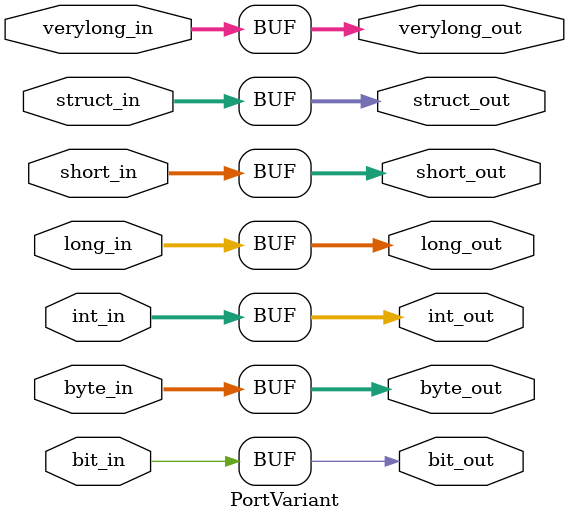
<source format=sv>
typedef struct packed {
  logic [19:0] a20;
  logic [19:0] b20;
} Struct;

module PortVariant (
  input bit_in,
  output bit_out,
  input [7:0] byte_in,
  output [7:0] byte_out,
  input [15:0] short_in,
  output [15:0] short_out,
  input [31:0] int_in,
  output [31:0] int_out,
  input [63:0] long_in,
  output [63:0] long_out,
  input [1023:0] verylong_in,
  output [1023:0] verylong_out,

  input Struct struct_in,
  output Struct struct_out
);

assign bit_out = bit_in;
assign byte_out = byte_in;
assign short_out = short_in;
assign int_out = int_in;
assign long_out = long_in;
assign verylong_out = verylong_in;
assign struct_out = struct_in;

endmodule
</source>
